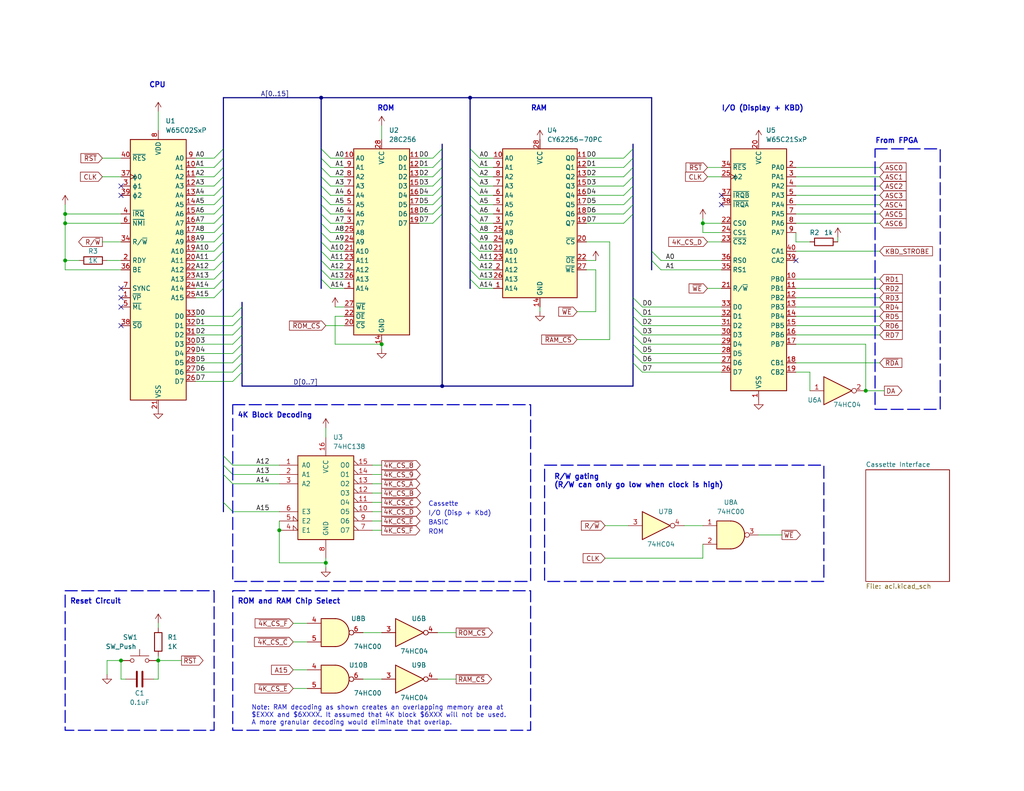
<source format=kicad_sch>
(kicad_sch (version 20230121) (generator eeschema)
  (paper "USLetter")
  (title_block (title "Apple 1 Computer on Breadboard") (date "2024-02-02") (rev "1.0"))
  (lib_symbols
    (symbol "74xx:74HC00" (pin_names (offset 1.016))
      (property "Reference" "U" (at 0 1.27 0))
      (property "Value" "74HC00" (at 0 -1.27 0))
      (symbol "74HC00_1_1"
        (pin input line (at -7.62 2.54 0) (length 3.81) (name "~") (number "1"))
        (pin input line (at -7.62 -2.54 0) (length 3.81) (name "~") (number "2"))
        (pin output inverted (at 7.62 0 180) (length 3.81) (name "~") (number "3"))
      )
      (symbol "74HC00_1_2"
        (pin input inverted (at -7.62 2.54 0) (length 4.318) (name "~") (number "1"))
        (pin input inverted (at -7.62 -2.54 0) (length 4.318) (name "~") (number "2"))
        (pin output line (at 7.62 0 180) (length 3.81) (name "~") (number "3"))
      )
      (symbol "74HC00_2_1"
        (pin input line (at -7.62 2.54 0) (length 3.81) (name "~") (number "4"))
        (pin input line (at -7.62 -2.54 0) (length 3.81) (name "~") (number "5"))
        (pin output inverted (at 7.62 0 180) (length 3.81) (name "~") (number "6"))
      )
      (symbol "74HC00_2_2"
        (pin input inverted (at -7.62 2.54 0) (length 4.318) (name "~") (number "4"))
        (pin input inverted (at -7.62 -2.54 0) (length 4.318) (name "~") (number "5"))
        (pin output line (at 7.62 0 180) (length 3.81) (name "~") (number "6"))
      )
      (symbol "74HC00_3_1"
        (pin input line (at -7.62 -2.54 0) (length 3.81) (name "~") (number "10"))
        (pin output inverted (at 7.62 0 180) (length 3.81) (name "~") (number "8"))
        (pin input line (at -7.62 2.54 0) (length 3.81) (name "~") (number "9"))
      )
      (symbol "74HC00_3_2"
        (pin input inverted (at -7.62 -2.54 0) (length 4.318) (name "~") (number "10"))
        (pin output line (at 7.62 0 180) (length 3.81) (name "~") (number "8"))
        (pin input inverted (at -7.62 2.54 0) (length 4.318) (name "~") (number "9"))
      )
      (symbol "74HC00_4_1"
        (pin output inverted (at 7.62 0 180) (length 3.81) (name "~") (number "11"))
        (pin input line (at -7.62 2.54 0) (length 3.81) (name "~") (number "12"))
        (pin input line (at -7.62 -2.54 0) (length 3.81) (name "~") (number "13"))
      )
      (symbol "74HC00_4_2"
        (pin output line (at 7.62 0 180) (length 3.81) (name "~") (number "11"))
        (pin input inverted (at -7.62 2.54 0) (length 4.318) (name "~") (number "12"))
        (pin input inverted (at -7.62 -2.54 0) (length 4.318) (name "~") (number "13"))
      )
      (symbol "74HC00_5_0"
        (pin power_in line (at 0 12.7 270) (length 5.08) (name "VCC") (number "14"))
        (pin power_in line (at 0 -12.7 90) (length 5.08) (name "GND") (number "7"))
      )
    )
    (symbol "74xx:74HC04"
      (property "Reference" "U" (at 0 1.27 0))
      (property "Value" "74HC04" (at 0 -1.27 0))
      (symbol "74HC04_1_0"
        (pin input line (at -7.62 0 0) (length 3.81) (name "~") (number "1"))
        (pin output inverted (at 7.62 0 180) (length 3.81) (name "~") (number "2"))
      )
      (symbol "74HC04_2_0"
        (pin input line (at -7.62 0 0) (length 3.81) (name "~") (number "3"))
        (pin output inverted (at 7.62 0 180) (length 3.81) (name "~") (number "4"))
      )
      (symbol "74HC04_3_0"
        (pin input line (at -7.62 0 0) (length 3.81) (name "~") (number "5"))
        (pin output inverted (at 7.62 0 180) (length 3.81) (name "~") (number "6"))
      )
      (symbol "74HC04_4_0"
        (pin output inverted (at 7.62 0 180) (length 3.81) (name "~") (number "8"))
        (pin input line (at -7.62 0 0) (length 3.81) (name "~") (number "9"))
      )
      (symbol "74HC04_5_0"
        (pin output inverted (at 7.62 0 180) (length 3.81) (name "~") (number "10"))
        (pin input line (at -7.62 0 0) (length 3.81) (name "~") (number "11"))
      )
      (symbol "74HC04_6_0"
        (pin output inverted (at 7.62 0 180) (length 3.81) (name "~") (number "12"))
        (pin input line (at -7.62 0 0) (length 3.81) (name "~") (number "13"))
      )
      (symbol "74HC04_7_0"
        (pin power_in line (at 0 12.7 270) (length 5.08) (name "VCC") (number "14"))
        (pin power_in line (at 0 -12.7 90) (length 5.08) (name "GND") (number "7"))
      )
    )
    (symbol "74xx:74LS138" (pin_names (offset 1.016))
      (property "Reference" "U" (at -7.62 11.43 0))
      (property "Value" "74LS138" (at -7.62 -13.97 0))
      (symbol "74LS138_1_0"
        (pin input line (at -12.7 7.62 0) (length 5.08) (name "A0") (number "1"))
        (pin output output_low (at 12.7 -5.08 180) (length 5.08) (name "O5") (number "10"))
        (pin output output_low (at 12.7 -2.54 180) (length 5.08) (name "O4") (number "11"))
        (pin output output_low (at 12.7 0 180) (length 5.08) (name "O3") (number "12"))
        (pin output output_low (at 12.7 2.54 180) (length 5.08) (name "O2") (number "13"))
        (pin output output_low (at 12.7 5.08 180) (length 5.08) (name "O1") (number "14"))
        (pin output output_low (at 12.7 7.62 180) (length 5.08) (name "O0") (number "15"))
        (pin power_in line (at 0 15.24 270) (length 5.08) (name "VCC") (number "16"))
        (pin input line (at -12.7 5.08 0) (length 5.08) (name "A1") (number "2"))
        (pin input line (at -12.7 2.54 0) (length 5.08) (name "A2") (number "3"))
        (pin input input_low (at -12.7 -10.16 0) (length 5.08) (name "E1") (number "4"))
        (pin input input_low (at -12.7 -7.62 0) (length 5.08) (name "E2") (number "5"))
        (pin input line (at -12.7 -5.08 0) (length 5.08) (name "E3") (number "6"))
        (pin output output_low (at 12.7 -10.16 180) (length 5.08) (name "O7") (number "7"))
        (pin power_in line (at 0 -17.78 90) (length 5.08) (name "GND") (number "8"))
        (pin output output_low (at 12.7 -7.62 180) (length 5.08) (name "O6") (number "9"))
      )
    )
    (symbol "Device:C" (pin_numbers hide) (pin_names (offset 0.254))
      (property "Reference" "C" (at 0.635 2.54 0))
      (property "Value" "C" (at 0.635 -2.54 0))
      (symbol "C_1_1"
        (pin passive line (at 0 3.81 270) (length 2.794) (name "~") (number "1"))
        (pin passive line (at 0 -3.81 90) (length 2.794) (name "~") (number "2"))
      )
    )
    (symbol "Device:R" (pin_numbers hide) (pin_names (offset 0))
      (property "Reference" "R" (at 2.032 0 90))
      (property "Value" "R" (at 0 0 90))
      (symbol "R_1_1"
        (pin passive line (at 0 3.81 270) (length 1.27) (name "~") (number "1"))
        (pin passive line (at 0 -3.81 90) (length 1.27) (name "~") (number "2"))
      )
    )
    (symbol "Memory_EEPROM:28C256"
      (property "Reference" "U" (at -7.62 26.67 0))
      (property "Value" "28C256" (at 2.54 -26.67 0))
      (symbol "28C256_1_1"
        (pin input line (at -10.16 -12.7 0) (length 2.54) (name "A14") (number "1"))
        (pin input line (at -10.16 22.86 0) (length 2.54) (name "A0") (number "10"))
        (pin tri_state line (at 10.16 22.86 180) (length 2.54) (name "D0") (number "11"))
        (pin tri_state line (at 10.16 20.32 180) (length 2.54) (name "D1") (number "12"))
        (pin tri_state line (at 10.16 17.78 180) (length 2.54) (name "D2") (number "13"))
        (pin power_in line (at 0 -27.94 90) (length 2.54) (name "GND") (number "14"))
        (pin tri_state line (at 10.16 15.24 180) (length 2.54) (name "D3") (number "15"))
        (pin tri_state line (at 10.16 12.7 180) (length 2.54) (name "D4") (number "16"))
        (pin tri_state line (at 10.16 10.16 180) (length 2.54) (name "D5") (number "17"))
        (pin tri_state line (at 10.16 7.62 180) (length 2.54) (name "D6") (number "18"))
        (pin tri_state line (at 10.16 5.08 180) (length 2.54) (name "D7") (number "19"))
        (pin input line (at -10.16 -7.62 0) (length 2.54) (name "A12") (number "2"))
        (pin input line (at -10.16 -22.86 0) (length 2.54) (name "~{CS}") (number "20"))
        (pin input line (at -10.16 -2.54 0) (length 2.54) (name "A10") (number "21"))
        (pin input line (at -10.16 -20.32 0) (length 2.54) (name "~{OE}") (number "22"))
        (pin input line (at -10.16 -5.08 0) (length 2.54) (name "A11") (number "23"))
        (pin input line (at -10.16 0 0) (length 2.54) (name "A9") (number "24"))
        (pin input line (at -10.16 2.54 0) (length 2.54) (name "A8") (number "25"))
        (pin input line (at -10.16 -10.16 0) (length 2.54) (name "A13") (number "26"))
        (pin input line (at -10.16 -17.78 0) (length 2.54) (name "~{WE}") (number "27"))
        (pin power_in line (at 0 27.94 270) (length 2.54) (name "VCC") (number "28"))
        (pin input line (at -10.16 5.08 0) (length 2.54) (name "A7") (number "3"))
        (pin input line (at -10.16 7.62 0) (length 2.54) (name "A6") (number "4"))
        (pin input line (at -10.16 10.16 0) (length 2.54) (name "A5") (number "5"))
        (pin input line (at -10.16 12.7 0) (length 2.54) (name "A4") (number "6"))
        (pin input line (at -10.16 15.24 0) (length 2.54) (name "A3") (number "7"))
        (pin input line (at -10.16 17.78 0) (length 2.54) (name "A2") (number "8"))
        (pin input line (at -10.16 20.32 0) (length 2.54) (name "A1") (number "9"))
      )
    )
    (symbol "Memory_RAM:CY62256-70PC"
      (property "Reference" "U" (at -10.16 20.955 0))
      (property "Value" "CY62256-70PC" (at 2.54 20.955 0))
      (symbol "CY62256-70PC_0_0"
        (pin power_in line (at 0 -22.86 90) (length 2.54) (name "GND") (number "14"))
        (pin power_in line (at 0 22.86 270) (length 2.54) (name "VCC") (number "28"))
      )
      (symbol "CY62256-70PC_1_1"
        (pin input line (at -12.7 -17.78 0) (length 2.54) (name "A14") (number "1"))
        (pin input line (at -12.7 17.78 0) (length 2.54) (name "A0") (number "10"))
        (pin tri_state line (at 12.7 17.78 180) (length 2.54) (name "Q0") (number "11"))
        (pin tri_state line (at 12.7 15.24 180) (length 2.54) (name "Q1") (number "12"))
        (pin tri_state line (at 12.7 12.7 180) (length 2.54) (name "Q2") (number "13"))
        (pin tri_state line (at 12.7 10.16 180) (length 2.54) (name "Q3") (number "15"))
        (pin tri_state line (at 12.7 7.62 180) (length 2.54) (name "Q4") (number "16"))
        (pin tri_state line (at 12.7 5.08 180) (length 2.54) (name "Q5") (number "17"))
        (pin tri_state line (at 12.7 2.54 180) (length 2.54) (name "Q6") (number "18"))
        (pin tri_state line (at 12.7 0 180) (length 2.54) (name "Q7") (number "19"))
        (pin input line (at -12.7 -12.7 0) (length 2.54) (name "A12") (number "2"))
        (pin input line (at 12.7 -5.08 180) (length 2.54) (name "~{CS}") (number "20"))
        (pin input line (at -12.7 -7.62 0) (length 2.54) (name "A10") (number "21"))
        (pin input line (at 12.7 -10.16 180) (length 2.54) (name "~{OE}") (number "22"))
        (pin input line (at -12.7 -10.16 0) (length 2.54) (name "A11") (number "23"))
        (pin input line (at -12.7 -5.08 0) (length 2.54) (name "A9") (number "24"))
        (pin input line (at -12.7 -2.54 0) (length 2.54) (name "A8") (number "25"))
        (pin input line (at -12.7 -15.24 0) (length 2.54) (name "A13") (number "26"))
        (pin input line (at 12.7 -12.7 180) (length 2.54) (name "~{WE}") (number "27"))
        (pin input line (at -12.7 0 0) (length 2.54) (name "A7") (number "3"))
        (pin input line (at -12.7 2.54 0) (length 2.54) (name "A6") (number "4"))
        (pin input line (at -12.7 5.08 0) (length 2.54) (name "A5") (number "5"))
        (pin input line (at -12.7 7.62 0) (length 2.54) (name "A4") (number "6"))
        (pin input line (at -12.7 10.16 0) (length 2.54) (name "A3") (number "7"))
        (pin input line (at -12.7 12.7 0) (length 2.54) (name "A2") (number "8"))
        (pin input line (at -12.7 15.24 0) (length 2.54) (name "A1") (number "9"))
      )
    )
    (symbol "PCM_65xx-library:W65C02SxP"
      (property "Reference" "U" (at 2.54 40.64 0))
      (property "Value" "W65C02SxP" (at 2.54 38.1 0))
      (symbol "W65C02SxP_1_1"
        (pin output line (at -10.16 -7.62 0) (length 2.54) (name "~{VP}") (number "1"))
        (pin tri_state line (at 10.16 27.94 180) (length 2.54) (name "A1") (number "10"))
        (pin tri_state line (at 10.16 25.4 180) (length 2.54) (name "A2") (number "11"))
        (pin tri_state line (at 10.16 22.86 180) (length 2.54) (name "A3") (number "12"))
        (pin tri_state line (at 10.16 20.32 180) (length 2.54) (name "A4") (number "13"))
        (pin tri_state line (at 10.16 17.78 180) (length 2.54) (name "A5") (number "14"))
        (pin tri_state line (at 10.16 15.24 180) (length 2.54) (name "A6") (number "15"))
        (pin tri_state line (at 10.16 12.7 180) (length 2.54) (name "A7") (number "16"))
        (pin tri_state line (at 10.16 10.16 180) (length 2.54) (name "A8") (number "17"))
        (pin tri_state line (at 10.16 7.62 180) (length 2.54) (name "A9") (number "18"))
        (pin tri_state line (at 10.16 5.08 180) (length 2.54) (name "A10") (number "19"))
        (pin open_collector line (at -10.16 2.54 0) (length 2.54) (name "RDY") (number "2"))
        (pin tri_state line (at 10.16 2.54 180) (length 2.54) (name "A11") (number "20"))
        (pin power_in line (at 0 -38.1 90) (length 2.54) (name "VSS") (number "21"))
        (pin tri_state line (at 10.16 0 180) (length 2.54) (name "A12") (number "22"))
        (pin tri_state line (at 10.16 -2.54 180) (length 2.54) (name "A13") (number "23"))
        (pin tri_state line (at 10.16 -5.08 180) (length 2.54) (name "A14") (number "24"))
        (pin tri_state line (at 10.16 -7.62 180) (length 2.54) (name "A15") (number "25"))
        (pin bidirectional line (at 10.16 -30.48 180) (length 2.54) (name "D7") (number "26"))
        (pin bidirectional line (at 10.16 -27.94 180) (length 2.54) (name "D6") (number "27"))
        (pin bidirectional line (at 10.16 -25.4 180) (length 2.54) (name "D5") (number "28"))
        (pin bidirectional line (at 10.16 -22.86 180) (length 2.54) (name "D4") (number "29"))
        (pin output line (at -10.16 22.86 0) (length 2.54) (name "ϕ1") (number "3"))
        (pin bidirectional line (at 10.16 -20.32 180) (length 2.54) (name "D3") (number "30"))
        (pin bidirectional line (at 10.16 -17.78 180) (length 2.54) (name "D2") (number "31"))
        (pin bidirectional line (at 10.16 -15.24 180) (length 2.54) (name "D1") (number "32"))
        (pin bidirectional line (at 10.16 -12.7 180) (length 2.54) (name "D0") (number "33"))
        (pin tri_state line (at -10.16 7.62 0) (length 2.54) (name "R/~{W}") (number "34"))
        (pin no_connect non_logic (at -7.62 -30.48 0) (length 2.54) hide (name "nc") (number "35"))
        (pin input line (at -10.16 0 0) (length 2.54) (name "BE") (number "36"))
        (pin input clock (at -10.16 25.4 0) (length 2.54) (name "ϕ0") (number "37"))
        (pin input line (at -10.16 -15.24 0) (length 2.54) (name "~{SO}") (number "38"))
        (pin output line (at -10.16 20.32 0) (length 2.54) (name "ϕ2") (number "39"))
        (pin input line (at -10.16 15.24 0) (length 2.54) (name "~{IRQ}") (number "4"))
        (pin input line (at -10.16 30.48 0) (length 2.54) (name "~{RES}") (number "40"))
        (pin output line (at -10.16 -10.16 0) (length 2.54) (name "~{ML}") (number "5"))
        (pin input line (at -10.16 12.7 0) (length 2.54) (name "~{NMI}") (number "6"))
        (pin output line (at -10.16 -5.08 0) (length 2.54) (name "SYNC") (number "7"))
        (pin power_in line (at 0 38.1 270) (length 2.54) (name "VDD") (number "8"))
        (pin tri_state line (at 10.16 30.48 180) (length 2.54) (name "A0") (number "9"))
      )
    )
    (symbol "PCM_65xx-library:W65C21SxP"
      (property "Reference" "U" (at 2.54 38.1 0))
      (property "Value" "W65C21SxP" (at 2.54 35.56 0))
      (symbol "W65C21SxP_1_1"
        (pin power_in line (at 0 -35.56 90) (length 2.54) (name "VSS") (number "1"))
        (pin bidirectional line (at 10.16 -2.54 180) (length 2.54) (name "PB0") (number "10"))
        (pin bidirectional line (at 10.16 -5.08 180) (length 2.54) (name "PB1") (number "11"))
        (pin bidirectional line (at 10.16 -7.62 180) (length 2.54) (name "PB2") (number "12"))
        (pin bidirectional line (at 10.16 -10.16 180) (length 2.54) (name "PB3") (number "13"))
        (pin bidirectional line (at 10.16 -12.7 180) (length 2.54) (name "PB4") (number "14"))
        (pin bidirectional line (at 10.16 -15.24 180) (length 2.54) (name "PB5") (number "15"))
        (pin bidirectional line (at 10.16 -17.78 180) (length 2.54) (name "PB6") (number "16"))
        (pin bidirectional line (at 10.16 -20.32 180) (length 2.54) (name "PB7") (number "17"))
        (pin input line (at 10.16 -25.4 180) (length 2.54) (name "CB1") (number "18"))
        (pin bidirectional line (at 10.16 -27.94 180) (length 2.54) (name "CB2") (number "19"))
        (pin bidirectional line (at 10.16 27.94 180) (length 2.54) (name "PA0") (number "2"))
        (pin power_in line (at 0 35.56 270) (length 2.54) (name "VCC") (number "20"))
        (pin input line (at -10.16 -5.08 0) (length 2.54) (name "R/~{W}") (number "21"))
        (pin input line (at -10.16 12.7 0) (length 2.54) (name "CS0") (number "22"))
        (pin input line (at -10.16 7.62 0) (length 2.54) (name "~{CS2}") (number "23"))
        (pin input line (at -10.16 10.16 0) (length 2.54) (name "CS1") (number "24"))
        (pin input clock (at -10.16 25.4 0) (length 2.54) (name "ϕ2") (number "25"))
        (pin bidirectional line (at -10.16 -27.94 0) (length 2.54) (name "D7") (number "26"))
        (pin bidirectional line (at -10.16 -25.4 0) (length 2.54) (name "D6") (number "27"))
        (pin bidirectional line (at -10.16 -22.86 0) (length 2.54) (name "D5") (number "28"))
        (pin bidirectional line (at -10.16 -20.32 0) (length 2.54) (name "D4") (number "29"))
        (pin bidirectional line (at 10.16 25.4 180) (length 2.54) (name "PA1") (number "3"))
        (pin bidirectional line (at -10.16 -17.78 0) (length 2.54) (name "D3") (number "30"))
        (pin bidirectional line (at -10.16 -15.24 0) (length 2.54) (name "D2") (number "31"))
        (pin bidirectional line (at -10.16 -12.7 0) (length 2.54) (name "D1") (number "32"))
        (pin bidirectional line (at -10.16 -10.16 0) (length 2.54) (name "D0") (number "33"))
        (pin input line (at -10.16 27.94 0) (length 2.54) (name "~{RES}") (number "34"))
        (pin input line (at -10.16 0 0) (length 2.54) (name "RS1") (number "35"))
        (pin input line (at -10.16 2.54 0) (length 2.54) (name "RS0") (number "36"))
        (pin open_collector line (at -10.16 20.32 0) (length 2.54) (name "~{IRQB}") (number "37"))
        (pin open_collector line (at -10.16 17.78 0) (length 2.54) (name "~{IRQA}") (number "38"))
        (pin bidirectional line (at 10.16 2.54 180) (length 2.54) (name "CA2") (number "39"))
        (pin bidirectional line (at 10.16 22.86 180) (length 2.54) (name "PA2") (number "4"))
        (pin input line (at 10.16 5.08 180) (length 2.54) (name "CA1") (number "40"))
        (pin bidirectional line (at 10.16 20.32 180) (length 2.54) (name "PA3") (number "5"))
        (pin bidirectional line (at 10.16 17.78 180) (length 2.54) (name "PA4") (number "6"))
        (pin bidirectional line (at 10.16 15.24 180) (length 2.54) (name "PA5") (number "7"))
        (pin bidirectional line (at 10.16 12.7 180) (length 2.54) (name "PA6") (number "8"))
        (pin bidirectional line (at 10.16 10.16 180) (length 2.54) (name "PA7") (number "9"))
      )
    )
    (symbol "Switch:SW_Push" (pin_numbers hide) (pin_names (offset 1.016) hide)
      (property "Reference" "SW" (at 1.27 2.54 0))
      (property "Value" "SW_Push" (at 0 -1.524 0))
      (symbol "SW_Push_0_1"
        (pin passive line (at -5.08 0 0) (length 2.54) (name "1") (number "1"))
        (pin passive line (at 5.08 0 180) (length 2.54) (name "2") (number "2"))
      )
    )
    (symbol "power:GND" (power) (pin_names (offset 0))
      (property "Value" "GND" (at 0 -3.81 0))
      (symbol "GND_1_1"
        (pin power_in line (at 0 0 270) (length 0) hide (name "GND") (number "1"))
      )
    )
    (symbol "power:VCC" (power) (pin_names (offset 0))
      (property "Value" "VCC" (at 0 3.81 0))
      (symbol "VCC_1_1"
        (pin power_in line (at 0 0 90) (length 0) hide (name "VCC") (number "1"))
      )
    )
  )
  (junction (at 17.78 71.12))
  (junction (at 191.77 60.96))
  (junction (at 17.78 60.96))
  (junction (at 88.9 153.67))
  (junction (at 43.18 180.34))
  (junction (at 236.22 106.68))
  (junction (at 104.14 93.98))
  (junction (at 33.02 180.34))
  (junction (at 87.63 26.67))
  (junction (at 120.65 105.41))
  (junction (at 128.27 26.67))
  (junction (at 17.78 58.42))
  (junction (at 76.2 144.78))
  (no_connect (at 33.02 53.34))
  (no_connect (at 33.02 88.9))
  (no_connect (at 33.02 83.82))
  (no_connect (at 33.02 81.28))
  (no_connect (at 33.02 78.74))
  (no_connect (at 33.02 50.8))
  (no_connect (at 196.85 53.34))
  (no_connect (at 217.17 71.12))
  (no_connect (at 196.85 55.88))
  (bus_entry (at 172.72 93.98) (size 2.54 2.54))
  (bus_entry (at 128.27 73.66) (size 2.54 2.54))
  (bus_entry (at 120.65 55.88) (size -2.54 2.54))
  (bus_entry (at 128.27 58.42) (size 2.54 2.54))
  (bus_entry (at 172.72 81.28) (size 2.54 2.54))
  (bus_entry (at 60.96 55.88) (size -2.54 2.54))
  (bus_entry (at 172.72 96.52) (size 2.54 2.54))
  (bus_entry (at 87.63 73.66) (size 2.54 2.54))
  (bus_entry (at 87.63 45.72) (size 2.54 2.54))
  (bus_entry (at 128.27 55.88) (size 2.54 2.54))
  (bus_entry (at 60.96 63.5) (size -2.54 2.54))
  (bus_entry (at 128.27 63.5) (size 2.54 2.54))
  (bus_entry (at 128.27 48.26) (size 2.54 2.54))
  (bus_entry (at 66.04 88.9) (size -2.54 2.54))
  (bus_entry (at 120.65 43.18) (size -2.54 2.54))
  (bus_entry (at 177.8 71.12) (size 2.54 2.54))
  (bus_entry (at 60.96 78.74) (size -2.54 2.54))
  (bus_entry (at 87.63 63.5) (size 2.54 2.54))
  (bus_entry (at 60.96 50.8) (size -2.54 2.54))
  (bus_entry (at 60.96 127) (size 2.54 2.54))
  (bus_entry (at 128.27 66.04) (size 2.54 2.54))
  (bus_entry (at 66.04 101.6) (size -2.54 2.54))
  (bus_entry (at 128.27 60.96) (size 2.54 2.54))
  (bus_entry (at 60.96 60.96) (size -2.54 2.54))
  (bus_entry (at 87.63 60.96) (size 2.54 2.54))
  (bus_entry (at 120.65 48.26) (size -2.54 2.54))
  (bus_entry (at 60.96 71.12) (size -2.54 2.54))
  (bus_entry (at 128.27 71.12) (size 2.54 2.54))
  (bus_entry (at 87.63 76.2) (size 2.54 2.54))
  (bus_entry (at 172.72 88.9) (size 2.54 2.54))
  (bus_entry (at 60.96 73.66) (size -2.54 2.54))
  (bus_entry (at 60.96 53.34) (size -2.54 2.54))
  (bus_entry (at 172.72 86.36) (size 2.54 2.54))
  (bus_entry (at 60.96 68.58) (size -2.54 2.54))
  (bus_entry (at 87.63 66.04) (size 2.54 2.54))
  (bus_entry (at 60.96 76.2) (size -2.54 2.54))
  (bus_entry (at 60.96 129.54) (size 2.54 2.54))
  (bus_entry (at 66.04 96.52) (size -2.54 2.54))
  (bus_entry (at 172.72 45.72) (size -2.54 2.54))
  (bus_entry (at 172.72 99.06) (size 2.54 2.54))
  (bus_entry (at 66.04 99.06) (size -2.54 2.54))
  (bus_entry (at 120.65 50.8) (size -2.54 2.54))
  (bus_entry (at 172.72 48.26) (size -2.54 2.54))
  (bus_entry (at 87.63 48.26) (size 2.54 2.54))
  (bus_entry (at 87.63 55.88) (size 2.54 2.54))
  (bus_entry (at 120.65 45.72) (size -2.54 2.54))
  (bus_entry (at 87.63 50.8) (size 2.54 2.54))
  (bus_entry (at 60.96 40.64) (size -2.54 2.54))
  (bus_entry (at 172.72 43.18) (size -2.54 2.54))
  (bus_entry (at 172.72 58.42) (size -2.54 2.54))
  (bus_entry (at 128.27 76.2) (size 2.54 2.54))
  (bus_entry (at 87.63 58.42) (size 2.54 2.54))
  (bus_entry (at 87.63 40.64) (size 2.54 2.54))
  (bus_entry (at 66.04 91.44) (size -2.54 2.54))
  (bus_entry (at 120.65 58.42) (size -2.54 2.54))
  (bus_entry (at 87.63 68.58) (size 2.54 2.54))
  (bus_entry (at 172.72 53.34) (size -2.54 2.54))
  (bus_entry (at 60.96 58.42) (size -2.54 2.54))
  (bus_entry (at 128.27 43.18) (size 2.54 2.54))
  (bus_entry (at 172.72 50.8) (size -2.54 2.54))
  (bus_entry (at 87.63 43.18) (size 2.54 2.54))
  (bus_entry (at 172.72 55.88) (size -2.54 2.54))
  (bus_entry (at 128.27 45.72) (size 2.54 2.54))
  (bus_entry (at 87.63 53.34) (size 2.54 2.54))
  (bus_entry (at 60.96 43.18) (size -2.54 2.54))
  (bus_entry (at 66.04 93.98) (size -2.54 2.54))
  (bus_entry (at 172.72 83.82) (size 2.54 2.54))
  (bus_entry (at 60.96 66.04) (size -2.54 2.54))
  (bus_entry (at 128.27 40.64) (size 2.54 2.54))
  (bus_entry (at 177.8 68.58) (size 2.54 2.54))
  (bus_entry (at 172.72 91.44) (size 2.54 2.54))
  (bus_entry (at 60.96 137.16) (size 2.54 2.54))
  (bus_entry (at 128.27 68.58) (size 2.54 2.54))
  (bus_entry (at 87.63 71.12) (size 2.54 2.54))
  (bus_entry (at 120.65 40.64) (size -2.54 2.54))
  (bus_entry (at 120.65 53.34) (size -2.54 2.54))
  (bus_entry (at 60.96 45.72) (size -2.54 2.54))
  (bus_entry (at 128.27 53.34) (size 2.54 2.54))
  (bus_entry (at 66.04 86.36) (size -2.54 2.54))
  (bus_entry (at 60.96 48.26) (size -2.54 2.54))
  (bus_entry (at 66.04 83.82) (size -2.54 2.54))
  (bus_entry (at 60.96 124.46) (size 2.54 2.54))
  (bus_entry (at 128.27 50.8) (size 2.54 2.54))
  (bus_entry (at 172.72 40.64) (size -2.54 2.54))
  (wire (pts (xy 175.26 88.9) (xy 196.85 88.9)))
  (wire (pts (xy 90.17 63.5) (xy 93.98 63.5)))
  (bus (pts (xy 60.96 43.18) (xy 60.96 40.64)))
  (bus (pts (xy 172.72 88.9) (xy 172.72 91.44)))
  (bus (pts (xy 128.27 53.34) (xy 128.27 55.88)))
  (wire (pts (xy 17.78 71.12) (xy 21.59 71.12)))
  (wire (pts (xy 217.17 88.9) (xy 240.03 88.9)))
  (wire (pts (xy 130.81 78.74) (xy 134.62 78.74)))
  (wire (pts (xy 90.17 60.96) (xy 93.98 60.96)))
  (wire (pts (xy 63.5 139.7) (xy 76.2 139.7)))
  (wire (pts (xy 236.22 93.98) (xy 236.22 106.68)))
  (bus (pts (xy 87.63 55.88) (xy 87.63 58.42)))
  (wire (pts (xy 90.17 48.26) (xy 93.98 48.26)))
  (wire (pts (xy 53.34 96.52) (xy 63.5 96.52)))
  (wire (pts (xy 175.26 96.52) (xy 196.85 96.52)))
  (bus (pts (xy 128.27 66.04) (xy 128.27 68.58)))
  (bus (pts (xy 60.96 58.42) (xy 60.96 55.88)))
  (wire (pts (xy 53.34 91.44) (xy 63.5 91.44)))
  (wire (pts (xy 53.34 73.66) (xy 58.42 73.66)))
  (wire (pts (xy 80.01 182.88) (xy 83.82 182.88)))
  (bus (pts (xy 128.27 40.64) (xy 128.27 43.18)))
  (bus (pts (xy 87.63 73.66) (xy 87.63 76.2)))
  (wire (pts (xy 130.81 76.2) (xy 134.62 76.2)))
  (bus (pts (xy 87.63 40.64) (xy 87.63 43.18)))
  (bus (pts (xy 120.65 39.37) (xy 120.65 40.64)))
  (wire (pts (xy 220.98 101.6) (xy 220.98 106.68)))
  (bus (pts (xy 60.96 45.72) (xy 60.96 43.18)))
  (bus (pts (xy 60.96 66.04) (xy 60.96 63.5)))
  (wire (pts (xy 114.3 58.42) (xy 118.11 58.42)))
  (wire (pts (xy 101.6 129.54) (xy 104.14 129.54)))
  (bus (pts (xy 87.63 71.12) (xy 87.63 73.66)))
  (wire (pts (xy 217.17 86.36) (xy 240.03 86.36)))
  (wire (pts (xy 191.77 60.96) (xy 191.77 59.69)))
  (bus (pts (xy 87.63 26.67) (xy 87.63 40.64)))
  (wire (pts (xy 53.34 99.06) (xy 63.5 99.06)))
  (wire (pts (xy 130.81 60.96) (xy 134.62 60.96)))
  (wire (pts (xy 63.5 127) (xy 76.2 127)))
  (wire (pts (xy 217.17 83.82) (xy 240.03 83.82)))
  (wire (pts (xy 90.17 76.2) (xy 93.98 76.2)))
  (wire (pts (xy 53.34 78.74) (xy 58.42 78.74)))
  (wire (pts (xy 157.48 85.09) (xy 162.56 85.09)))
  (wire (pts (xy 53.34 50.8) (xy 58.42 50.8)))
  (wire (pts (xy 193.04 66.04) (xy 196.85 66.04)))
  (wire (pts (xy 114.3 53.34) (xy 118.11 53.34)))
  (wire (pts (xy 217.17 78.74) (xy 240.03 78.74)))
  (bus (pts (xy 128.27 76.2) (xy 128.27 78.74)))
  (bus (pts (xy 60.96 53.34) (xy 60.96 50.8)))
  (bus (pts (xy 128.27 63.5) (xy 128.27 66.04)))
  (wire (pts (xy 43.18 30.48) (xy 43.18 35.56)))
  (bus (pts (xy 60.96 68.58) (xy 60.96 66.04)))
  (wire (pts (xy 88.9 153.67) (xy 88.9 154.94)))
  (wire (pts (xy 53.34 66.04) (xy 58.42 66.04)))
  (bus (pts (xy 60.96 55.88) (xy 60.96 53.34)))
  (wire (pts (xy 80.01 170.18) (xy 83.82 170.18)))
  (bus (pts (xy 172.72 93.98) (xy 172.72 96.52)))
  (wire (pts (xy 130.81 66.04) (xy 134.62 66.04)))
  (wire (pts (xy 130.81 53.34) (xy 134.62 53.34)))
  (bus (pts (xy 66.04 82.55) (xy 66.04 83.82)))
  (wire (pts (xy 114.3 55.88) (xy 118.11 55.88)))
  (wire (pts (xy 191.77 63.5) (xy 191.77 60.96)))
  (bus (pts (xy 60.96 76.2) (xy 60.96 73.66)))
  (bus (pts (xy 120.65 105.41) (xy 172.72 105.41)))
  (bus (pts (xy 172.72 99.06) (xy 172.72 105.41)))
  (bus (pts (xy 60.96 48.26) (xy 60.96 45.72)))
  (wire (pts (xy 160.02 55.88) (xy 170.18 55.88)))
  (wire (pts (xy 43.18 180.34) (xy 49.53 180.34)))
  (bus (pts (xy 172.72 48.26) (xy 172.72 50.8)))
  (wire (pts (xy 93.98 86.36) (xy 91.44 86.36)))
  (wire (pts (xy 53.34 76.2) (xy 58.42 76.2)))
  (wire (pts (xy 160.02 45.72) (xy 170.18 45.72)))
  (wire (pts (xy 217.17 50.8) (xy 240.03 50.8)))
  (bus (pts (xy 128.27 71.12) (xy 128.27 73.66)))
  (wire (pts (xy 217.17 76.2) (xy 240.03 76.2)))
  (bus (pts (xy 128.27 55.88) (xy 128.27 58.42)))
  (wire (pts (xy 43.18 185.42) (xy 43.18 180.34)))
  (wire (pts (xy 43.18 179.07) (xy 43.18 180.34)))
  (wire (pts (xy 101.6 134.62) (xy 104.14 134.62)))
  (wire (pts (xy 114.3 60.96) (xy 118.11 60.96)))
  (wire (pts (xy 101.6 144.78) (xy 104.14 144.78)))
  (bus (pts (xy 120.65 43.18) (xy 120.65 45.72)))
  (wire (pts (xy 76.2 144.78) (xy 76.2 153.67)))
  (wire (pts (xy 53.34 68.58) (xy 58.42 68.58)))
  (wire (pts (xy 180.34 73.66) (xy 196.85 73.66)))
  (wire (pts (xy 217.17 93.98) (xy 236.22 93.98)))
  (wire (pts (xy 160.02 66.04) (xy 166.37 66.04)))
  (wire (pts (xy 180.34 71.12) (xy 196.85 71.12)))
  (wire (pts (xy 193.04 45.72) (xy 196.85 45.72)))
  (wire (pts (xy 160.02 48.26) (xy 170.18 48.26)))
  (wire (pts (xy 90.17 66.04) (xy 93.98 66.04)))
  (wire (pts (xy 228.6 64.77) (xy 228.6 66.04)))
  (bus (pts (xy 120.65 58.42) (xy 120.65 105.41)))
  (wire (pts (xy 130.81 58.42) (xy 134.62 58.42)))
  (bus (pts (xy 60.96 73.66) (xy 60.96 71.12)))
  (bus (pts (xy 87.63 60.96) (xy 87.63 63.5)))
  (wire (pts (xy 165.1 152.4) (xy 191.77 152.4)))
  (bus (pts (xy 87.63 63.5) (xy 87.63 66.04)))
  (wire (pts (xy 217.17 55.88) (xy 240.03 55.88)))
  (wire (pts (xy 27.94 48.26) (xy 33.02 48.26)))
  (wire (pts (xy 17.78 60.96) (xy 33.02 60.96)))
  (bus (pts (xy 66.04 88.9) (xy 66.04 91.44)))
  (wire (pts (xy 104.14 34.29) (xy 104.14 38.1)))
  (wire (pts (xy 80.01 175.26) (xy 83.82 175.26)))
  (bus (pts (xy 128.27 26.67) (xy 128.27 40.64)))
  (bus (pts (xy 128.27 58.42) (xy 128.27 60.96)))
  (bus (pts (xy 128.27 45.72) (xy 128.27 48.26)))
  (bus (pts (xy 172.72 91.44) (xy 172.72 93.98)))
  (wire (pts (xy 90.17 68.58) (xy 93.98 68.58)))
  (wire (pts (xy 33.02 185.42) (xy 33.02 180.34)))
  (wire (pts (xy 160.02 58.42) (xy 170.18 58.42)))
  (wire (pts (xy 217.17 45.72) (xy 240.03 45.72)))
  (bus (pts (xy 87.63 48.26) (xy 87.63 50.8)))
  (bus (pts (xy 128.27 60.96) (xy 128.27 63.5)))
  (wire (pts (xy 80.01 187.96) (xy 83.82 187.96)))
  (wire (pts (xy 17.78 58.42) (xy 33.02 58.42)))
  (wire (pts (xy 17.78 58.42) (xy 17.78 60.96)))
  (bus (pts (xy 172.72 50.8) (xy 172.72 53.34)))
  (wire (pts (xy 114.3 45.72) (xy 118.11 45.72)))
  (wire (pts (xy 29.21 180.34) (xy 29.21 184.15)))
  (wire (pts (xy 217.17 81.28) (xy 240.03 81.28)))
  (bus (pts (xy 120.65 48.26) (xy 120.65 50.8)))
  (bus (pts (xy 172.72 58.42) (xy 172.72 81.28)))
  (wire (pts (xy 27.94 66.04) (xy 33.02 66.04)))
  (wire (pts (xy 88.9 88.9) (xy 93.98 88.9)))
  (bus (pts (xy 172.72 86.36) (xy 172.72 88.9)))
  (bus (pts (xy 172.72 39.37) (xy 172.72 40.64)))
  (bus (pts (xy 66.04 86.36) (xy 66.04 88.9)))
  (bus (pts (xy 120.65 45.72) (xy 120.65 48.26)))
  (bus (pts (xy 87.63 53.34) (xy 87.63 55.88)))
  (wire (pts (xy 29.21 180.34) (xy 33.02 180.34)))
  (wire (pts (xy 193.04 48.26) (xy 196.85 48.26)))
  (wire (pts (xy 207.01 146.05) (xy 213.36 146.05)))
  (wire (pts (xy 53.34 48.26) (xy 58.42 48.26)))
  (bus (pts (xy 87.63 58.42) (xy 87.63 60.96)))
  (bus (pts (xy 128.27 50.8) (xy 128.27 53.34)))
  (bus (pts (xy 87.63 66.04) (xy 87.63 68.58)))
  (wire (pts (xy 236.22 106.68) (xy 241.3 106.68)))
  (wire (pts (xy 76.2 153.67) (xy 88.9 153.67)))
  (wire (pts (xy 191.77 152.4) (xy 191.77 148.59)))
  (bus (pts (xy 87.63 43.18) (xy 87.63 45.72)))
  (wire (pts (xy 53.34 63.5) (xy 58.42 63.5)))
  (wire (pts (xy 196.85 63.5) (xy 191.77 63.5)))
  (wire (pts (xy 160.02 43.18) (xy 170.18 43.18)))
  (wire (pts (xy 88.9 152.4) (xy 88.9 153.67)))
  (bus (pts (xy 66.04 105.41) (xy 120.65 105.41)))
  (wire (pts (xy 53.34 86.36) (xy 63.5 86.36)))
  (wire (pts (xy 58.42 43.18) (xy 53.34 43.18)))
  (wire (pts (xy 91.44 93.98) (xy 104.14 93.98)))
  (wire (pts (xy 130.81 55.88) (xy 134.62 55.88)))
  (wire (pts (xy 90.17 55.88) (xy 93.98 55.88)))
  (wire (pts (xy 99.06 172.72) (xy 104.14 172.72)))
  (wire (pts (xy 101.6 132.08) (xy 104.14 132.08)))
  (wire (pts (xy 217.17 66.04) (xy 220.98 66.04)))
  (wire (pts (xy 90.17 53.34) (xy 93.98 53.34)))
  (wire (pts (xy 217.17 101.6) (xy 220.98 101.6)))
  (bus (pts (xy 172.72 53.34) (xy 172.72 55.88)))
  (wire (pts (xy 53.34 88.9) (xy 63.5 88.9)))
  (wire (pts (xy 90.17 71.12) (xy 93.98 71.12)))
  (bus (pts (xy 66.04 96.52) (xy 66.04 99.06)))
  (bus (pts (xy 60.96 40.64) (xy 60.96 26.67)))
  (wire (pts (xy 90.17 50.8) (xy 93.98 50.8)))
  (wire (pts (xy 130.81 71.12) (xy 134.62 71.12)))
  (wire (pts (xy 119.38 185.42) (xy 124.46 185.42)))
  (wire (pts (xy 130.81 48.26) (xy 134.62 48.26)))
  (wire (pts (xy 119.38 172.72) (xy 124.46 172.72)))
  (wire (pts (xy 130.81 63.5) (xy 134.62 63.5)))
  (wire (pts (xy 217.17 53.34) (xy 240.03 53.34)))
  (wire (pts (xy 175.26 93.98) (xy 196.85 93.98)))
  (bus (pts (xy 60.96 63.5) (xy 60.96 60.96)))
  (wire (pts (xy 41.91 185.42) (xy 43.18 185.42)))
  (wire (pts (xy 63.5 132.08) (xy 76.2 132.08)))
  (wire (pts (xy 196.85 60.96) (xy 191.77 60.96)))
  (bus (pts (xy 87.63 26.67) (xy 128.27 26.67)))
  (wire (pts (xy 101.6 137.16) (xy 104.14 137.16)))
  (wire (pts (xy 90.17 43.18) (xy 93.98 43.18)))
  (wire (pts (xy 114.3 48.26) (xy 118.11 48.26)))
  (bus (pts (xy 60.96 50.8) (xy 60.96 48.26)))
  (bus (pts (xy 87.63 45.72) (xy 87.63 48.26)))
  (wire (pts (xy 162.56 85.09) (xy 162.56 73.66)))
  (bus (pts (xy 120.65 55.88) (xy 120.65 58.42)))
  (wire (pts (xy 217.17 48.26) (xy 240.03 48.26)))
  (wire (pts (xy 175.26 101.6) (xy 196.85 101.6)))
  (bus (pts (xy 120.65 50.8) (xy 120.65 53.34)))
  (wire (pts (xy 114.3 50.8) (xy 118.11 50.8)))
  (wire (pts (xy 166.37 66.04) (xy 166.37 92.71)))
  (bus (pts (xy 128.27 68.58) (xy 128.27 71.12)))
  (wire (pts (xy 53.34 81.28) (xy 58.42 81.28)))
  (wire (pts (xy 101.6 142.24) (xy 104.14 142.24)))
  (wire (pts (xy 175.26 99.06) (xy 196.85 99.06)))
  (wire (pts (xy 130.81 43.18) (xy 134.62 43.18)))
  (wire (pts (xy 217.17 91.44) (xy 240.03 91.44)))
  (wire (pts (xy 175.26 86.36) (xy 196.85 86.36)))
  (wire (pts (xy 175.26 91.44) (xy 196.85 91.44)))
  (wire (pts (xy 91.44 86.36) (xy 91.44 93.98)))
  (wire (pts (xy 130.81 50.8) (xy 134.62 50.8)))
  (wire (pts (xy 99.06 185.42) (xy 104.14 185.42)))
  (wire (pts (xy 90.17 78.74) (xy 93.98 78.74)))
  (bus (pts (xy 60.96 129.54) (xy 60.96 137.16)))
  (bus (pts (xy 172.72 83.82) (xy 172.72 86.36)))
  (wire (pts (xy 186.69 143.51) (xy 191.77 143.51)))
  (wire (pts (xy 157.48 92.71) (xy 166.37 92.71)))
  (wire (pts (xy 160.02 73.66) (xy 162.56 73.66)))
  (bus (pts (xy 66.04 83.82) (xy 66.04 86.36)))
  (wire (pts (xy 160.02 53.34) (xy 170.18 53.34)))
  (bus (pts (xy 128.27 48.26) (xy 128.27 50.8)))
  (bus (pts (xy 66.04 99.06) (xy 66.04 101.6)))
  (wire (pts (xy 53.34 60.96) (xy 58.42 60.96)))
  (bus (pts (xy 172.72 43.18) (xy 172.72 45.72)))
  (wire (pts (xy 217.17 63.5) (xy 217.17 66.04)))
  (bus (pts (xy 60.96 71.12) (xy 60.96 68.58)))
  (wire (pts (xy 217.17 68.58) (xy 240.03 68.58)))
  (wire (pts (xy 130.81 68.58) (xy 134.62 68.58)))
  (bus (pts (xy 60.96 124.46) (xy 60.96 127)))
  (bus (pts (xy 87.63 50.8) (xy 87.63 53.34)))
  (wire (pts (xy 53.34 58.42) (xy 58.42 58.42)))
  (wire (pts (xy 53.34 53.34) (xy 58.42 53.34)))
  (bus (pts (xy 66.04 93.98) (xy 66.04 96.52)))
  (bus (pts (xy 128.27 43.18) (xy 128.27 45.72)))
  (bus (pts (xy 120.65 40.64) (xy 120.65 43.18)))
  (wire (pts (xy 17.78 71.12) (xy 17.78 73.66)))
  (wire (pts (xy 160.02 50.8) (xy 170.18 50.8)))
  (bus (pts (xy 66.04 101.6) (xy 66.04 105.41)))
  (wire (pts (xy 101.6 139.7) (xy 104.14 139.7)))
  (bus (pts (xy 172.72 45.72) (xy 172.72 48.26)))
  (bus (pts (xy 177.8 68.58) (xy 177.8 71.12)))
  (wire (pts (xy 114.3 43.18) (xy 118.11 43.18)))
  (bus (pts (xy 60.96 137.16) (xy 60.96 139.7)))
  (bus (pts (xy 128.27 26.67) (xy 177.8 26.67)))
  (wire (pts (xy 217.17 58.42) (xy 240.03 58.42)))
  (wire (pts (xy 17.78 60.96) (xy 17.78 71.12)))
  (bus (pts (xy 177.8 71.12) (xy 177.8 73.66)))
  (wire (pts (xy 193.04 78.74) (xy 196.85 78.74)))
  (wire (pts (xy 53.34 45.72) (xy 58.42 45.72)))
  (bus (pts (xy 66.04 91.44) (xy 66.04 93.98)))
  (wire (pts (xy 53.34 71.12) (xy 58.42 71.12)))
  (wire (pts (xy 63.5 129.54) (xy 76.2 129.54)))
  (wire (pts (xy 160.02 71.12) (xy 162.56 71.12)))
  (bus (pts (xy 60.96 127) (xy 60.96 129.54)))
  (wire (pts (xy 53.34 93.98) (xy 63.5 93.98)))
  (wire (pts (xy 217.17 99.06) (xy 240.03 99.06)))
  (wire (pts (xy 130.81 73.66) (xy 134.62 73.66)))
  (bus (pts (xy 60.96 78.74) (xy 60.96 124.46)))
  (wire (pts (xy 90.17 58.42) (xy 93.98 58.42)))
  (bus (pts (xy 60.96 26.67) (xy 87.63 26.67)))
  (wire (pts (xy 34.29 185.42) (xy 33.02 185.42)))
  (bus (pts (xy 172.72 81.28) (xy 172.72 83.82)))
  (wire (pts (xy 165.1 143.51) (xy 171.45 143.51)))
  (wire (pts (xy 90.17 73.66) (xy 93.98 73.66)))
  (bus (pts (xy 172.72 55.88) (xy 172.72 58.42)))
  (wire (pts (xy 17.78 55.88) (xy 17.78 58.42)))
  (wire (pts (xy 76.2 142.24) (xy 76.2 144.78)))
  (wire (pts (xy 101.6 127) (xy 104.14 127)))
  (bus (pts (xy 128.27 73.66) (xy 128.27 76.2)))
  (wire (pts (xy 91.44 83.82) (xy 93.98 83.82)))
  (wire (pts (xy 53.34 104.14) (xy 63.5 104.14)))
  (wire (pts (xy 147.32 83.82) (xy 147.32 85.09)))
  (wire (pts (xy 43.18 171.45) (xy 43.18 170.18)))
  (wire (pts (xy 90.17 45.72) (xy 93.98 45.72)))
  (wire (pts (xy 53.34 101.6) (xy 63.5 101.6)))
  (bus (pts (xy 120.65 53.34) (xy 120.65 55.88)))
  (bus (pts (xy 87.63 68.58) (xy 87.63 71.12)))
  (bus (pts (xy 172.72 96.52) (xy 172.72 99.06)))
  (bus (pts (xy 60.96 60.96) (xy 60.96 58.42)))
  (wire (pts (xy 33.02 73.66) (xy 17.78 73.66)))
  (wire (pts (xy 130.81 45.72) (xy 134.62 45.72)))
  (wire (pts (xy 27.94 43.18) (xy 33.02 43.18)))
  (wire (pts (xy 160.02 60.96) (xy 170.18 60.96)))
  (wire (pts (xy 53.34 55.88) (xy 58.42 55.88)))
  (bus (pts (xy 172.72 40.64) (xy 172.72 43.18)))
  (wire (pts (xy 217.17 60.96) (xy 240.03 60.96)))
  (wire (pts (xy 29.21 71.12) (xy 33.02 71.12)))
  (wire (pts (xy 104.14 93.98) (xy 104.14 95.25)))
  (wire (pts (xy 88.9 116.84) (xy 88.9 119.38)))
  (bus (pts (xy 177.8 26.67) (xy 177.8 68.58)))
  (bus (pts (xy 87.63 76.2) (xy 87.63 78.74)))
  (bus (pts (xy 60.96 78.74) (xy 60.96 76.2)))
  (wire (pts (xy 175.26 83.82) (xy 196.85 83.82)))
  (rectangle (start 17.78 161.29) (end 58.42 199.39) (stroke (width 0.3) (type dash)))
  (rectangle (start 148.59 127) (end 224.79 158.75) (stroke (width 0.3) (type dash)))
  (rectangle (start 63.5 161.29) (end 144.78 199.39) (stroke (width 0.3) (type dash)))
  (rectangle (start 238.76 40.64) (end 256.54 111.76) (stroke (width 0.3) (type dash)))
  (rectangle (start 63.5 110.49) (end 144.78 158.75) (stroke (width 0.3) (type dash)))
  (text "BASIC" (at 116.84 143.51 0) (effects (font (size 1.27 1.27)) (justify left bottom)))
  (text "ROM" (at 102.87 30.48 0) (effects (font (size 1.4 1.4) (thickness 0.28) bold) (justify left bottom)))
  (text "I/O (Disp + Kbd)" (at 116.84 140.97 0) (effects (font (size 1.27 1.27)) (justify left bottom)))
  (text "4K Block Decoding" (at 64.77 114.3 0) (effects (font (size 1.4 1.4) (thickness 0.28) bold) (justify left bottom)))
  (text "Cassette" (at 116.84 138.43 0) (effects (font (size 1.27 1.27)) (justify left bottom)))
  (text "ROM and RAM Chip Select" (at 64.77 165.1 0) (effects (font (size 1.4 1.4) (thickness 0.28) bold) (justify left bottom)))
  (text "ROM" (at 116.84 146.05 0) (effects (font (size 1.27 1.27)) (justify left bottom)))
  (text "RAM" (at 144.78 30.48 0) (effects (font (size 1.4 1.4) (thickness 0.28) bold) (justify left bottom)))
  (text "Reset Circuit" (at 19.05 165.1 0) (effects (font (size 1.4 1.4) (thickness 0.28) bold) (justify left bottom)))
  (text "From FPGA" (at 238.76 39.37 0) (effects (font (size 1.4 1.4) (thickness 0.28) bold) (justify left bottom)))
  (text "Note: RAM decoding as shown creates an overlapping memory area at\n$EXXX and $6XXXX. It assumed that 4K block $6XXX will not be used.\nA more granular decoding would eliminate that overlap." (at 68.58 198.12 0) (effects (font (size 1.27 1.27)) (justify left bottom)))
  (text "CPU" (at 40.64 24.13 0) (effects (font (size 1.4 1.4) (thickness 0.28) bold) (justify left bottom)))
  (text "I/O (Display + KBD)" (at 196.85 30.48 0) (effects (font (size 1.4 1.4) (thickness 0.28) bold) (justify left bottom)))
  (text "R/W gating\n(R/W can only go low when clock is high)" (at 151.13 133.35 0) (effects (font (size 1.4 1.4) (thickness 0.28) bold) (justify left bottom)))
  (label "A8" (at 91.44 63.5 0))
  (label "A3" (at 53.34 50.8 0))
  (label "D4" (at 114.3 53.34 0))
  (label "A13" (at 69.85 129.54 0))
  (label "A8" (at 53.34 63.5 0))
  (label "A13" (at 90.17 76.2 0))
  (label "A12" (at 130.81 73.66 0))
  (label "D0" (at 175.26 83.82 0))
  (label "A6" (at 130.81 58.42 0))
  (label "A15" (at 69.85 139.7 0))
  (label "D0" (at 53.34 86.36 0))
  (label "A4" (at 91.44 53.34 0))
  (label "D2" (at 175.26 88.9 0))
  (label "D4" (at 160.02 53.34 0))
  (label "A1" (at 53.34 45.72 0))
  (label "D5" (at 53.34 99.06 0))
  (label "D[0..7]" (at 80.01 105.41 0))
  (label "A8" (at 130.81 63.5 0))
  (label "A5" (at 91.44 55.88 0))
  (label "A10" (at 130.81 68.58 0))
  (label "A12" (at 69.85 127 0))
  (label "D2" (at 114.3 48.26 0))
  (label "A7" (at 130.81 60.96 0))
  (label "A0" (at 181.61 71.12 0))
  (label "D5" (at 175.26 96.52 0))
  (label "A3" (at 91.44 50.8 0))
  (label "D7" (at 114.3 60.96 0))
  (label "D6" (at 175.26 99.06 0))
  (label "A1" (at 130.81 45.72 0))
  (label "D1" (at 53.34 88.9 0))
  (label "A10" (at 90.17 68.58 0))
  (label "A14" (at 53.34 78.74 0))
  (label "D7" (at 160.02 60.96 0))
  (label "A4" (at 130.81 53.34 0))
  (label "A[0..15]" (at 71.12 26.67 0))
  (label "A1" (at 181.61 73.66 0))
  (label "D1" (at 114.3 45.72 0))
  (label "A6" (at 91.44 58.42 0))
  (label "D6" (at 53.34 101.6 0))
  (label "D1" (at 160.02 45.72 0))
  (label "D5" (at 160.02 55.88 0))
  (label "D6" (at 114.3 58.42 0))
  (label "A0" (at 130.81 43.18 0))
  (label "D3" (at 175.26 91.44 0))
  (label "A1" (at 91.44 45.72 0))
  (label "A3" (at 130.81 50.8 0))
  (label "D3" (at 114.3 50.8 0))
  (label "D0" (at 114.3 43.18 0))
  (label "A5" (at 130.81 55.88 0))
  (label "D2" (at 53.34 91.44 0))
  (label "A11" (at 130.81 71.12 0))
  (label "A6" (at 53.34 58.42 0))
  (label "A11" (at 90.17 71.12 0))
  (label "D0" (at 160.02 43.18 0))
  (label "A14" (at 69.85 132.08 0))
  (label "D3" (at 53.34 93.98 0))
  (label "D4" (at 53.34 96.52 0))
  (label "A14" (at 90.17 78.74 0))
  (label "D4" (at 175.26 93.98 0))
  (label "A4" (at 53.34 53.34 0))
  (label "A10" (at 53.34 68.58 0))
  (label "D7" (at 53.34 104.14 0))
  (label "A7" (at 53.34 60.96 0))
  (label "A12" (at 90.17 73.66 0))
  (label "A13" (at 130.81 76.2 0))
  (label "A12" (at 53.34 73.66 0))
  (label "A9" (at 91.44 66.04 0))
  (label "D1" (at 175.26 86.36 0))
  (label "A11" (at 53.34 71.12 0))
  (label "D3" (at 160.02 50.8 0))
  (label "A9" (at 53.34 66.04 0))
  (label "A9" (at 130.81 66.04 0))
  (label "A2" (at 91.44 48.26 0))
  (label "D2" (at 160.02 48.26 0))
  (label "A2" (at 53.34 48.26 0))
  (label "A0" (at 91.44 43.18 0))
  (label "A2" (at 130.81 48.26 0))
  (label "A15" (at 53.34 81.28 0))
  (label "D7" (at 175.26 101.6 0))
  (label "A14" (at 130.81 78.74 0))
  (label "A0" (at 53.34 43.18 0))
  (label "A13" (at 53.34 76.2 0))
  (label "D6" (at 160.02 58.42 0))
  (label "A7" (at 91.44 60.96 0))
  (label "D5" (at 114.3 55.88 0))
  (label "A5" (at 53.34 55.88 0))
  (global_label "ASC0" (shape input) (at 240.03 45.72 0) (property "Intersheetrefs" "${INTERSHEET_REFS}" (effects hide)))
  (global_label "RD5" (shape input) (at 240.03 86.36 0) (property "Intersheetrefs" "${INTERSHEET_REFS}" (effects hide)))
  (global_label "R{slash}~{W}" (shape input) (at 165.1 143.51 180) (property "Intersheetrefs" "${INTERSHEET_REFS}" (effects hide)))
  (global_label "ASC1" (shape input) (at 240.03 48.26 0) (property "Intersheetrefs" "${INTERSHEET_REFS}" (effects hide)))
  (global_label "RD7" (shape input) (at 240.03 91.44 0) (property "Intersheetrefs" "${INTERSHEET_REFS}" (effects hide)))
  (global_label "RD4" (shape input) (at 240.03 83.82 0) (property "Intersheetrefs" "${INTERSHEET_REFS}" (effects hide)))
  (global_label "~{4K_CS_B}" (shape output) (at 104.14 134.62 0) (property "Intersheetrefs" "${INTERSHEET_REFS}" (effects hide)))
  (global_label "~{4K_CS_D}" (shape output) (at 104.14 139.7 0) (property "Intersheetrefs" "${INTERSHEET_REFS}" (effects hide)))
  (global_label "DA" (shape output) (at 241.3 106.68 0) (property "Intersheetrefs" "${INTERSHEET_REFS}" (effects hide)))
  (global_label "~{WE}" (shape output) (at 213.36 146.05 0) (property "Intersheetrefs" "${INTERSHEET_REFS}" (effects hide)))
  (global_label "~{RST}" (shape input) (at 193.04 45.72 180) (property "Intersheetrefs" "${INTERSHEET_REFS}" (effects hide)))
  (global_label "~{WE}" (shape input) (at 193.04 78.74 180) (property "Intersheetrefs" "${INTERSHEET_REFS}" (effects hide)))
  (global_label "CLK" (shape input) (at 27.94 48.26 180) (property "Intersheetrefs" "${INTERSHEET_REFS}" (effects hide)))
  (global_label "~{ROM_CS}" (shape output) (at 124.46 172.72 0) (property "Intersheetrefs" "${INTERSHEET_REFS}" (effects hide)))
  (global_label "~{RDA}" (shape input) (at 240.03 99.06 0) (property "Intersheetrefs" "${INTERSHEET_REFS}" (effects hide)))
  (global_label "RD6" (shape input) (at 240.03 88.9 0) (property "Intersheetrefs" "${INTERSHEET_REFS}" (effects hide)))
  (global_label "ASC5" (shape input) (at 240.03 58.42 0) (property "Intersheetrefs" "${INTERSHEET_REFS}" (effects hide)))
  (global_label "ASC3" (shape input) (at 240.03 53.34 0) (property "Intersheetrefs" "${INTERSHEET_REFS}" (effects hide)))
  (global_label "~{WE}" (shape input) (at 157.48 85.09 180) (property "Intersheetrefs" "${INTERSHEET_REFS}" (effects hide)))
  (global_label "~{RST}" (shape input) (at 27.94 43.18 180) (property "Intersheetrefs" "${INTERSHEET_REFS}" (effects hide)))
  (global_label "~{RAM_CS}" (shape output) (at 124.46 185.42 0) (property "Intersheetrefs" "${INTERSHEET_REFS}" (effects hide)))
  (global_label "~{4K_CS_C}" (shape output) (at 104.14 137.16 0) (property "Intersheetrefs" "${INTERSHEET_REFS}" (effects hide)))
  (global_label "~{4K_CS_A}" (shape output) (at 104.14 132.08 0) (property "Intersheetrefs" "${INTERSHEET_REFS}" (effects hide)))
  (global_label "KBD_STROBE" (shape input) (at 240.03 68.58 0) (property "Intersheetrefs" "${INTERSHEET_REFS}" (effects hide)))
  (global_label "RD3" (shape input) (at 240.03 81.28 0) (property "Intersheetrefs" "${INTERSHEET_REFS}" (effects hide)))
  (global_label "RD1" (shape input) (at 240.03 76.2 0) (property "Intersheetrefs" "${INTERSHEET_REFS}" (effects hide)))
  (global_label "CLK" (shape input) (at 165.1 152.4 180) (property "Intersheetrefs" "${INTERSHEET_REFS}" (effects hide)))
  (global_label "~{4K_CS_8}" (shape output) (at 104.14 127 0) (property "Intersheetrefs" "${INTERSHEET_REFS}" (effects hide)))
  (global_label "~{RST}" (shape output) (at 49.53 180.34 0) (property "Intersheetrefs" "${INTERSHEET_REFS}" (effects hide)))
  (global_label "~{4K_CS_F}" (shape output) (at 104.14 144.78 0) (property "Intersheetrefs" "${INTERSHEET_REFS}" (effects hide)))
  (global_label "~{4K_CS_E}" (shape output) (at 104.14 142.24 0) (property "Intersheetrefs" "${INTERSHEET_REFS}" (effects hide)))
  (global_label "~{4K_CS_E}" (shape input) (at 80.01 187.96 180) (property "Intersheetrefs" "${INTERSHEET_REFS}" (effects hide)))
  (global_label "CLK" (shape input) (at 193.04 48.26 180) (property "Intersheetrefs" "${INTERSHEET_REFS}" (effects hide)))
  (global_label "~{RAM_CS}" (shape input) (at 157.48 92.71 180) (property "Intersheetrefs" "${INTERSHEET_REFS}" (effects hide)))
  (global_label "ASC2" (shape input) (at 240.03 50.8 0) (property "Intersheetrefs" "${INTERSHEET_REFS}" (effects hide)))
  (global_label "~{4K_CS_C}" (shape input) (at 80.01 175.26 180) (property "Intersheetrefs" "${INTERSHEET_REFS}" (effects hide)))
  (global_label "4K_CS_D" (shape input) (at 193.04 66.04 180) (property "Intersheetrefs" "${INTERSHEET_REFS}" (effects hide)))
  (global_label "~{4K_CS_F}" (shape input) (at 80.01 170.18 180) (property "Intersheetrefs" "${INTERSHEET_REFS}" (effects hide)))
  (global_label "A15" (shape input) (at 80.01 182.88 180) (property "Intersheetrefs" "${INTERSHEET_REFS}" (effects hide)))
  (global_label "RD2" (shape input) (at 240.03 78.74 0) (property "Intersheetrefs" "${INTERSHEET_REFS}" (effects hide)))
  (global_label "ASC4" (shape input) (at 240.03 55.88 0) (property "Intersheetrefs" "${INTERSHEET_REFS}" (effects hide)))
  (global_label "R{slash}~{W}" (shape output) (at 27.94 66.04 180) (property "Intersheetrefs" "${INTERSHEET_REFS}" (effects hide)))
  (global_label "~{ROM_CS}" (shape input) (at 88.9 88.9 180) (property "Intersheetrefs" "${INTERSHEET_REFS}" (effects hide)))
  (global_label "~{4K_CS_9}" (shape output) (at 104.14 129.54 0) (property "Intersheetrefs" "${INTERSHEET_REFS}" (effects hide)))
  (global_label "ASC6" (shape input) (at 240.03 60.96 0) (property "Intersheetrefs" "${INTERSHEET_REFS}" (effects hide)))
  (symbol (lib_id "74xx:74HC00") (at 91.44 185.42 0) (unit 2)
    (property "Reference" "U10" (at 97.79 181.61 0))
    (property "Value" "74HC00" (at 100.33 189.23 0))
    (property "Datasheet" "http://www.ti.com/lit/gpn/sn74hc00" (effects hide))
  )
  (symbol (lib_id "74xx:74HC04") (at 228.6 106.68 0) (unit 1)
    (property "Reference" "U6" (at 222.25 109.22 0))
    (property "Value" "74HC04" (at 231.14 110.49 0))
    (property "Datasheet" "https://assets.nexperia.com/documents/data-sheet/74HC_HCT04.pdf" (effects hide))
  )
  (symbol (lib_id "power:GND") (at 43.18 111.76 0) (unit 1)
    (property "Reference" "#PWR09" (effects hide))
    (property "Value" "GND" (effects hide))
  )
  (symbol (lib_id "PCM_65xx-library:W65C02SxP") (at 43.18 73.66 0) (unit 1)
    (property "Reference" "U1" (at 45.1359 33.02 0) (effects (justify left)))
    (property "Value" "W65C02SxP" (at 45.1359 35.56 0) (effects (justify left)))
    (property "Footprint" "Package_DIP:DIP-40_W15.24mm" (effects hide))
    (property "Datasheet" "http://www.westerndesigncenter.com/wdc/documentation/w65c02s.pdf" (effects hide))
  )
  (symbol (lib_id "power:VCC") (at 88.9 116.84 0) (unit 1)
    (property "Reference" "#PWR04" (effects hide))
    (property "Value" "VCC" (effects hide))
  )
  (symbol (lib_id "power:GND") (at 104.14 95.25 0) (unit 1)
    (property "Reference" "#PWR05" (effects hide))
    (property "Value" "GND" (effects hide))
  )
  (symbol (lib_id "power:GND") (at 29.21 184.15 0) (unit 1)
    (property "Reference" "#PWR01" (effects hide))
    (property "Value" "GND" (effects hide))
  )
  (symbol (lib_id "Device:R") (at 25.4 71.12 90) (unit 1)
    (property "Reference" "R3" (at 25.4 68.58 90))
    (property "Value" "1K" (at 25.4 71.12 90))
  )
  (symbol (lib_id "power:VCC") (at 191.77 59.69 0) (unit 1)
    (property "Reference" "#PWR015" (effects hide))
    (property "Value" "VCC" (effects hide))
  )
  (symbol (lib_id "74xx:74HC00") (at 199.39 146.05 0) (unit 1)
    (property "Reference" "U8" (at 199.3817 137.16 0))
    (property "Value" "74HC00" (at 199.3817 139.7 0))
    (property "Datasheet" "http://www.ti.com/lit/gpn/sn74hc00" (effects hide))
  )
  (symbol (lib_id "PCM_65xx-library:W65C21SxP") (at 207.01 73.66 0) (unit 1)
    (property "Reference" "U5" (at 208.9659 35.56 0) (effects (justify left)))
    (property "Value" "W65C21SxP" (at 208.9659 38.1 0) (effects (justify left)))
    (property "Footprint" "Package_DIP:DIP-40_W15.24mm" (effects hide))
    (property "Datasheet" "http://www.westerndesigncenter.com/wdc/documentation/w65c21.pdf" (effects hide))
  )
  (symbol (lib_id "74xx:74HC04") (at 111.76 185.42 0) (unit 2)
    (property "Reference" "U9" (at 114.3 181.61 0))
    (property "Value" "74HC04" (at 113.03 190.5 0))
    (property "Datasheet" "https://assets.nexperia.com/documents/data-sheet/74HC_HCT04.pdf" (effects hide))
  )
  (symbol (lib_id "power:VCC") (at 104.14 34.29 0) (unit 1)
    (property "Reference" "#PWR07" (effects hide))
    (property "Value" "VCC" (effects hide))
  )
  (symbol (lib_id "Device:R") (at 224.79 66.04 90) (unit 1)
    (property "Reference" "R2" (at 222.25 63.5 90))
    (property "Value" "1k" (at 226.06 63.5 90))
  )
  (symbol (lib_id "74xx:74HC00") (at 91.44 172.72 0) (unit 2)
    (property "Reference" "U8" (at 97.79 168.91 0))
    (property "Value" "74HC00" (at 100.33 176.53 0))
    (property "Datasheet" "http://www.ti.com/lit/gpn/sn74hc00" (effects hide))
  )
  (symbol (lib_id "power:VCC") (at 91.44 83.82 0) (unit 1)
    (property "Reference" "#PWR06" (effects hide))
    (property "Value" "VCC" (effects hide))
  )
  (symbol (lib_id "power:GND") (at 147.32 85.09 0) (unit 1)
    (property "Reference" "#PWR012" (effects hide))
    (property "Value" "GND" (effects hide))
  )
  (symbol (lib_id "power:GND") (at 88.9 154.94 0) (unit 1)
    (property "Reference" "#PWR03" (effects hide))
    (property "Value" "GND" (effects hide))
  )
  (symbol (lib_id "74xx:74HC04") (at 111.76 172.72 0) (unit 2)
    (property "Reference" "U6" (at 114.3 168.91 0))
    (property "Value" "74HC04" (at 113.03 177.8 0))
    (property "Datasheet" "https://assets.nexperia.com/documents/data-sheet/74HC_HCT04.pdf" (effects hide))
  )
  (symbol (lib_id "74xx:74LS138") (at 88.9 134.62 0) (unit 1)
    (property "Reference" "U3" (at 90.8559 119.38 0) (effects (justify left)))
    (property "Value" "74HC138" (at 90.8559 121.92 0) (effects (justify left)))
    (property "Datasheet" "http://www.ti.com/lit/gpn/sn74LS138" (effects hide))
  )
  (symbol (lib_id "Memory_EEPROM:28C256") (at 104.14 66.04 0) (unit 1)
    (property "Reference" "U2" (at 106.0959 35.56 0) (effects (justify left)))
    (property "Value" "28C256" (at 106.0959 38.1 0) (effects (justify left)))
    (property "Datasheet" "http://ww1.microchip.com/downloads/en/DeviceDoc/doc0006.pdf" (effects hide))
  )
  (symbol (lib_id "power:VCC") (at 207.01 38.1 0) (unit 1)
    (property "Reference" "#PWR014" (effects hide))
    (property "Value" "VCC" (effects hide))
  )
  (symbol (lib_id "power:GND") (at 207.01 109.22 0) (unit 1)
    (property "Reference" "#PWR016" (effects hide))
    (property "Value" "GND" (effects hide))
  )
  (symbol (lib_id "power:VCC") (at 228.6 64.77 0) (unit 1)
    (property "Reference" "#PWR017" (effects hide))
    (property "Value" "VCC" (effects hide))
  )
  (symbol (lib_id "power:VCC") (at 43.18 170.18 0) (unit 1)
    (property "Reference" "#PWR013" (effects hide))
    (property "Value" "VCC" (effects hide))
  )
  (symbol (lib_id "Device:C") (at 38.1 185.42 270) (unit 1)
    (property "Reference" "C1" (at 38.1 189.23 90))
    (property "Value" "0.1uF" (at 38.1 191.77 90))
  )
  (symbol (lib_id "power:VCC") (at 147.32 38.1 0) (unit 1)
    (property "Reference" "#PWR010" (effects hide))
    (property "Value" "VCC" (effects hide))
  )
  (symbol (lib_id "power:VCC") (at 43.18 30.48 0) (unit 1)
    (property "Reference" "#PWR02" (effects hide))
    (property "Value" "VCC" (effects hide))
  )
  (symbol (lib_id "Memory_RAM:CY62256-70PC") (at 147.32 60.96 0) (unit 1)
    (property "Reference" "U4" (at 149.2759 35.56 0) (effects (justify left)))
    (property "Value" "CY62256-70PC" (at 149.2759 38.1 0) (effects (justify left)))
    (property "Footprint" "Package_DIP:DIP-28_W15.24mm" (effects hide))
    (property "Datasheet" "https://ecee.colorado.edu/~mcclurel/Cypress_SRAM_CY62256.pdf" (effects hide))
  )
  (symbol (lib_id "power:VCC") (at 162.56 71.12 0) (unit 1)
    (property "Reference" "#PWR011" (effects hide))
    (property "Value" "VCC" (effects hide))
  )
  (symbol (lib_id "74xx:74HC04") (at 179.07 143.51 0) (unit 2)
    (property "Reference" "U7" (at 181.61 139.7 0))
    (property "Value" "74HC04" (at 180.34 148.59 0))
    (property "Datasheet" "https://assets.nexperia.com/documents/data-sheet/74HC_HCT04.pdf" (effects hide))
  )
  (symbol (lib_id "Device:R") (at 43.18 175.26 0) (unit 1)
    (property "Reference" "R1" (at 45.72 173.99 0) (effects (justify left)))
    (property "Value" "1K" (at 45.72 176.53 0) (effects (justify left)))
  )
  (symbol (lib_id "power:VCC") (at 17.78 55.88 0) (unit 1)
    (property "Reference" "#PWR08" (effects hide))
    (property "Value" "VCC" (effects hide))
  )
  (symbol (lib_id "Switch:SW_Push") (at 38.1 180.34 0) (unit 1)
    (property "Reference" "SW1" (at 35.56 173.99 0))
    (property "Value" "SW_Push" (at 33.02 176.53 0))
  )
  (sheet (at 236.22 128.27) (size 22.86 30.48) (stroke (width 0.1524))
    (property "Sheetname" "Cassette Interface" (at 236.22 127.5584 0) (effects (justify left bottom)))
    (property "Sheetfile" "aci.kicad_sch" (at 236.22 159.3346 0) (effects (justify left top)))
  )
)
</source>
